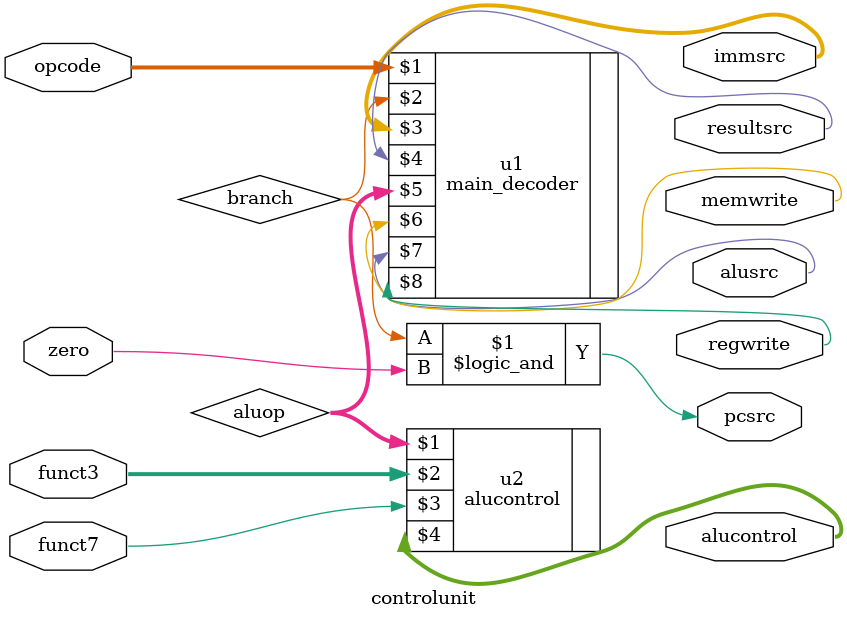
<source format=v>
module controlunit(opcode,zero,funct3,funct7,alusrc,resultsrc,immsrc,regwrite,memwrite,pcsrc,alucontrol);
input [6:0] opcode;
input zero,funct7;
input [2:0] funct3;
output [2:0] alucontrol;
output [1:0] immsrc;
output resultsrc,memwrite,alusrc,regwrite,pcsrc;
wire branch;
wire [1:0] aluop;

main_decoder u1(opcode,branch,immsrc,resultsrc,aluop,memwrite,alusrc,regwrite);
alucontrol u2(aluop,funct3,funct7,alucontrol);
assign pcsrc = branch && zero;
endmodule

</source>
